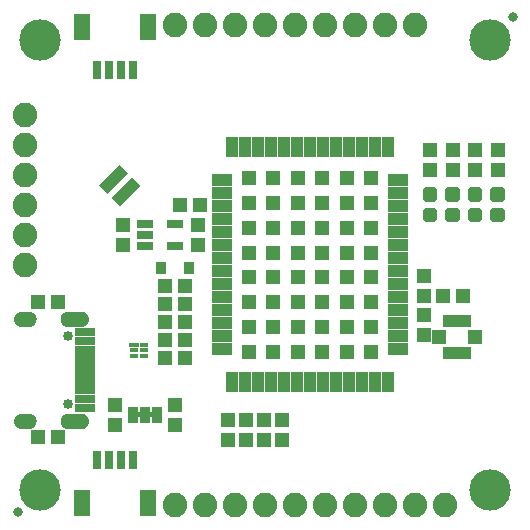
<source format=gts>
G75*
%MOIN*%
%OFA0B0*%
%FSLAX25Y25*%
%IPPOS*%
%LPD*%
%AMOC8*
5,1,8,0,0,1.08239X$1,22.5*
%
%ADD10C,0.13800*%
%ADD11C,0.03300*%
%ADD12R,0.05524X0.08674*%
%ADD13R,0.03162X0.06115*%
%ADD14C,0.08200*%
%ADD15R,0.04737X0.05131*%
%ADD16R,0.05131X0.04737*%
%ADD17R,0.09658X0.04146*%
%ADD18R,0.03300X0.05800*%
%ADD19C,0.00500*%
%ADD20C,0.01990*%
%ADD21R,0.03280X0.04068*%
%ADD22R,0.09461X0.04146*%
%ADD23R,0.04934X0.04737*%
%ADD24R,0.05524X0.02965*%
%ADD25R,0.03202X0.01784*%
%ADD26R,0.03005X0.01784*%
%ADD27R,0.06784X0.04146*%
%ADD28R,0.04146X0.06784*%
%ADD29R,0.05131X0.05131*%
%ADD30R,0.06509X0.01981*%
%ADD31R,0.06509X0.03162*%
%ADD32R,0.06509X0.02965*%
%ADD33C,0.03359*%
%ADD34C,0.00039*%
D10*
X0196300Y0085000D03*
X0346300Y0085000D03*
X0346300Y0235000D03*
X0196300Y0235000D03*
D11*
X0188800Y0077500D03*
X0353800Y0242500D03*
D12*
X0232324Y0239469D03*
X0210276Y0239469D03*
X0210276Y0080531D03*
X0232324Y0080531D03*
D13*
X0227206Y0095000D03*
X0223269Y0095000D03*
X0219331Y0095000D03*
X0215394Y0095000D03*
X0215394Y0225000D03*
X0219331Y0225000D03*
X0223269Y0225000D03*
X0227206Y0225000D03*
D14*
X0241300Y0240000D03*
X0251300Y0240000D03*
X0261300Y0240000D03*
X0271300Y0240000D03*
X0281300Y0240000D03*
X0291300Y0240000D03*
X0301300Y0240000D03*
X0311300Y0240000D03*
X0321300Y0240000D03*
X0191300Y0210000D03*
X0191300Y0200000D03*
X0191300Y0190000D03*
X0191300Y0180000D03*
X0191300Y0170000D03*
X0191300Y0160000D03*
X0241300Y0080000D03*
X0251300Y0080000D03*
X0261300Y0080000D03*
X0271300Y0080000D03*
X0281300Y0080000D03*
X0291300Y0080000D03*
X0301300Y0080000D03*
X0311300Y0080000D03*
X0321300Y0080000D03*
X0331300Y0080000D03*
D15*
X0276800Y0101654D03*
X0270800Y0101654D03*
X0264800Y0101654D03*
X0258800Y0101654D03*
X0258800Y0108346D03*
X0264800Y0108346D03*
X0270800Y0108346D03*
X0276800Y0108346D03*
X0241300Y0106654D03*
X0221300Y0106654D03*
X0221300Y0113346D03*
X0241300Y0113346D03*
X0324300Y0136654D03*
X0324300Y0143346D03*
X0324300Y0149654D03*
X0324300Y0156346D03*
X0248800Y0166654D03*
X0248800Y0173346D03*
X0223800Y0173346D03*
X0223800Y0166654D03*
X0326300Y0191654D03*
X0333800Y0191654D03*
X0341300Y0191654D03*
X0348800Y0191654D03*
X0348800Y0198346D03*
X0341300Y0198346D03*
X0333800Y0198346D03*
X0326300Y0198346D03*
D16*
X0249646Y0180000D03*
X0242954Y0180000D03*
X0244646Y0153000D03*
X0237954Y0153000D03*
X0237954Y0147000D03*
X0244646Y0147000D03*
X0244646Y0141000D03*
X0237954Y0141000D03*
X0237954Y0135000D03*
X0244646Y0135000D03*
X0244646Y0129000D03*
X0237954Y0129000D03*
X0202146Y0147500D03*
X0195454Y0147500D03*
X0195454Y0102500D03*
X0202146Y0102500D03*
X0330454Y0149500D03*
X0337146Y0149500D03*
D17*
G36*
X0229710Y0186303D02*
X0222882Y0179475D01*
X0219950Y0182407D01*
X0226778Y0189235D01*
X0229710Y0186303D01*
G37*
G36*
X0225535Y0190478D02*
X0218707Y0183650D01*
X0215775Y0186582D01*
X0222603Y0193410D01*
X0225535Y0190478D01*
G37*
D18*
X0227300Y0110000D03*
X0231300Y0110000D03*
X0235300Y0110000D03*
D19*
X0234050Y0109896D02*
X0228550Y0109896D01*
X0228550Y0109500D02*
X0228550Y0110500D01*
X0234050Y0110500D01*
X0234050Y0109500D01*
X0228550Y0109500D01*
X0228550Y0110394D02*
X0234050Y0110394D01*
D20*
X0324927Y0177920D02*
X0327673Y0177920D01*
X0327673Y0175174D01*
X0324927Y0175174D01*
X0324927Y0177920D01*
X0324927Y0177064D02*
X0327673Y0177064D01*
X0332427Y0177920D02*
X0335173Y0177920D01*
X0335173Y0175174D01*
X0332427Y0175174D01*
X0332427Y0177920D01*
X0332427Y0177064D02*
X0335173Y0177064D01*
X0339927Y0177920D02*
X0342673Y0177920D01*
X0342673Y0175174D01*
X0339927Y0175174D01*
X0339927Y0177920D01*
X0339927Y0177064D02*
X0342673Y0177064D01*
X0347427Y0177920D02*
X0350173Y0177920D01*
X0350173Y0175174D01*
X0347427Y0175174D01*
X0347427Y0177920D01*
X0347427Y0177064D02*
X0350173Y0177064D01*
X0350173Y0184826D02*
X0347427Y0184826D01*
X0350173Y0184826D02*
X0350173Y0182080D01*
X0347427Y0182080D01*
X0347427Y0184826D01*
X0347427Y0183970D02*
X0350173Y0183970D01*
X0342673Y0184826D02*
X0339927Y0184826D01*
X0342673Y0184826D02*
X0342673Y0182080D01*
X0339927Y0182080D01*
X0339927Y0184826D01*
X0339927Y0183970D02*
X0342673Y0183970D01*
X0335173Y0184826D02*
X0332427Y0184826D01*
X0335173Y0184826D02*
X0335173Y0182080D01*
X0332427Y0182080D01*
X0332427Y0184826D01*
X0332427Y0183970D02*
X0335173Y0183970D01*
X0327673Y0184826D02*
X0324927Y0184826D01*
X0327673Y0184826D02*
X0327673Y0182080D01*
X0324927Y0182080D01*
X0324927Y0184826D01*
X0324927Y0183970D02*
X0327673Y0183970D01*
D21*
X0245828Y0159000D03*
X0236772Y0159000D03*
D22*
X0335300Y0141413D03*
X0335300Y0130587D03*
D23*
X0329296Y0136000D03*
X0341304Y0136000D03*
D24*
X0241419Y0166260D03*
X0231181Y0166260D03*
X0231181Y0170000D03*
X0231181Y0173740D03*
X0241419Y0173740D03*
D25*
X0227706Y0133469D03*
D26*
X0227607Y0131500D03*
X0227607Y0129531D03*
X0230993Y0129531D03*
X0230993Y0131500D03*
X0230993Y0133469D03*
D27*
X0256969Y0131850D03*
X0256969Y0136181D03*
X0256969Y0140512D03*
X0256969Y0144843D03*
X0256969Y0149173D03*
X0256969Y0153504D03*
X0256969Y0157835D03*
X0256969Y0162165D03*
X0256969Y0166496D03*
X0256969Y0170827D03*
X0256969Y0175157D03*
X0256969Y0179488D03*
X0256969Y0183819D03*
X0256969Y0188150D03*
X0315631Y0188150D03*
X0315631Y0183819D03*
X0315631Y0179488D03*
X0315631Y0175157D03*
X0315631Y0170827D03*
X0315631Y0166496D03*
X0315631Y0162165D03*
X0315631Y0157835D03*
X0315631Y0153504D03*
X0315631Y0149173D03*
X0315631Y0144843D03*
X0315631Y0140512D03*
X0315631Y0136181D03*
X0315631Y0131850D03*
D28*
X0312284Y0120827D03*
X0307954Y0120827D03*
X0303623Y0120827D03*
X0299292Y0120827D03*
X0294961Y0120827D03*
X0290631Y0120827D03*
X0286300Y0120827D03*
X0281969Y0120827D03*
X0277639Y0120827D03*
X0273308Y0120827D03*
X0268977Y0120827D03*
X0264646Y0120827D03*
X0260316Y0120827D03*
X0260316Y0199173D03*
X0264646Y0199173D03*
X0268977Y0199173D03*
X0273308Y0199173D03*
X0277639Y0199173D03*
X0281969Y0199173D03*
X0286300Y0199173D03*
X0290631Y0199173D03*
X0294961Y0199173D03*
X0299292Y0199173D03*
X0303623Y0199173D03*
X0307954Y0199173D03*
X0312284Y0199173D03*
D29*
X0306576Y0188937D03*
X0298505Y0188937D03*
X0290434Y0188937D03*
X0282166Y0188937D03*
X0274095Y0188937D03*
X0266024Y0188937D03*
X0266024Y0180669D03*
X0274095Y0180669D03*
X0282166Y0180669D03*
X0290434Y0180669D03*
X0298505Y0180669D03*
X0306576Y0180669D03*
X0306576Y0172402D03*
X0298505Y0172402D03*
X0290434Y0172402D03*
X0282166Y0172402D03*
X0274095Y0172402D03*
X0266024Y0172402D03*
X0266024Y0164134D03*
X0274095Y0164134D03*
X0282166Y0164134D03*
X0290434Y0164134D03*
X0298505Y0164134D03*
X0306576Y0164134D03*
X0306576Y0155866D03*
X0298505Y0155866D03*
X0290434Y0155866D03*
X0282166Y0155866D03*
X0274095Y0155866D03*
X0266024Y0155866D03*
X0266024Y0147598D03*
X0274095Y0147598D03*
X0282166Y0147598D03*
X0282166Y0139331D03*
X0274095Y0139331D03*
X0266024Y0139331D03*
X0266024Y0131063D03*
X0274095Y0131063D03*
X0282166Y0131063D03*
X0290434Y0131063D03*
X0298505Y0131063D03*
X0306576Y0131063D03*
X0306576Y0139331D03*
X0298505Y0139331D03*
X0290434Y0139331D03*
X0290434Y0147598D03*
X0298505Y0147598D03*
X0306576Y0147598D03*
D30*
X0211300Y0131890D03*
X0211300Y0129921D03*
X0211300Y0127953D03*
X0211300Y0125984D03*
X0211300Y0124016D03*
X0211300Y0122047D03*
X0211300Y0120079D03*
X0211300Y0118110D03*
D31*
X0211300Y0112303D03*
X0211300Y0137697D03*
D32*
X0211300Y0134646D03*
X0211300Y0115354D03*
D33*
X0205611Y0113622D03*
X0205611Y0136378D03*
D34*
X0205316Y0139646D02*
X0204817Y0139726D01*
X0204349Y0139916D01*
X0203934Y0140205D01*
X0203594Y0140579D01*
X0203346Y0141019D01*
X0203202Y0141504D01*
X0203170Y0142008D01*
X0203202Y0142512D01*
X0203346Y0142997D01*
X0203594Y0143437D01*
X0203934Y0143811D01*
X0204349Y0144100D01*
X0204817Y0144289D01*
X0205316Y0144370D01*
X0210040Y0144370D01*
X0210482Y0144309D01*
X0210903Y0144163D01*
X0211288Y0143938D01*
X0211622Y0143642D01*
X0211891Y0143286D01*
X0212086Y0142885D01*
X0212199Y0142453D01*
X0212225Y0142008D01*
X0212199Y0141563D01*
X0212086Y0141131D01*
X0211891Y0140730D01*
X0211622Y0140374D01*
X0211288Y0140078D01*
X0210903Y0139853D01*
X0210482Y0139707D01*
X0210040Y0139646D01*
X0205316Y0139646D01*
X0205205Y0139664D02*
X0210170Y0139664D01*
X0210444Y0139701D02*
X0204971Y0139701D01*
X0204785Y0139739D02*
X0210576Y0139739D01*
X0210686Y0139777D02*
X0204691Y0139777D01*
X0204598Y0139815D02*
X0210795Y0139815D01*
X0210904Y0139853D02*
X0204504Y0139853D01*
X0204410Y0139891D02*
X0210969Y0139891D01*
X0211033Y0139929D02*
X0204330Y0139929D01*
X0204276Y0139967D02*
X0211098Y0139967D01*
X0211163Y0140004D02*
X0204221Y0140004D01*
X0204167Y0140042D02*
X0211227Y0140042D01*
X0211291Y0140080D02*
X0204113Y0140080D01*
X0204059Y0140118D02*
X0211334Y0140118D01*
X0211376Y0140156D02*
X0204004Y0140156D01*
X0203950Y0140194D02*
X0211419Y0140194D01*
X0211461Y0140232D02*
X0203910Y0140232D01*
X0203875Y0140270D02*
X0211504Y0140270D01*
X0211547Y0140308D02*
X0203841Y0140308D01*
X0203806Y0140345D02*
X0211589Y0140345D01*
X0211629Y0140383D02*
X0203772Y0140383D01*
X0203738Y0140421D02*
X0211657Y0140421D01*
X0211686Y0140459D02*
X0203703Y0140459D01*
X0203669Y0140497D02*
X0211715Y0140497D01*
X0211744Y0140535D02*
X0203634Y0140535D01*
X0203600Y0140573D02*
X0211772Y0140573D01*
X0211801Y0140611D02*
X0203577Y0140611D01*
X0203555Y0140648D02*
X0211830Y0140648D01*
X0211858Y0140686D02*
X0203534Y0140686D01*
X0203512Y0140724D02*
X0211887Y0140724D01*
X0211907Y0140762D02*
X0203491Y0140762D01*
X0203470Y0140800D02*
X0211925Y0140800D01*
X0211944Y0140838D02*
X0203448Y0140838D01*
X0203427Y0140876D02*
X0211962Y0140876D01*
X0211980Y0140914D02*
X0203406Y0140914D01*
X0203384Y0140952D02*
X0211999Y0140952D01*
X0212017Y0140989D02*
X0203363Y0140989D01*
X0203344Y0141027D02*
X0212036Y0141027D01*
X0212054Y0141065D02*
X0203333Y0141065D01*
X0203321Y0141103D02*
X0212072Y0141103D01*
X0212089Y0141141D02*
X0203310Y0141141D01*
X0203299Y0141179D02*
X0212099Y0141179D01*
X0212108Y0141217D02*
X0203288Y0141217D01*
X0203276Y0141255D02*
X0212118Y0141255D01*
X0212128Y0141292D02*
X0203265Y0141292D01*
X0203254Y0141330D02*
X0212138Y0141330D01*
X0212148Y0141368D02*
X0203243Y0141368D01*
X0203231Y0141406D02*
X0212158Y0141406D01*
X0212168Y0141444D02*
X0203220Y0141444D01*
X0203209Y0141482D02*
X0212178Y0141482D01*
X0212188Y0141520D02*
X0203201Y0141520D01*
X0203199Y0141558D02*
X0212197Y0141558D01*
X0212201Y0141595D02*
X0203197Y0141595D01*
X0203194Y0141633D02*
X0212203Y0141633D01*
X0212205Y0141671D02*
X0203192Y0141671D01*
X0203189Y0141709D02*
X0212207Y0141709D01*
X0212210Y0141747D02*
X0203187Y0141747D01*
X0203184Y0141785D02*
X0212212Y0141785D01*
X0212214Y0141823D02*
X0203182Y0141823D01*
X0203180Y0141861D02*
X0212216Y0141861D01*
X0212219Y0141899D02*
X0203177Y0141899D01*
X0203175Y0141936D02*
X0212221Y0141936D01*
X0212223Y0141974D02*
X0203172Y0141974D01*
X0203170Y0142012D02*
X0212225Y0142012D01*
X0212223Y0142050D02*
X0203173Y0142050D01*
X0203175Y0142088D02*
X0212220Y0142088D01*
X0212218Y0142126D02*
X0203178Y0142126D01*
X0203180Y0142164D02*
X0212216Y0142164D01*
X0212214Y0142202D02*
X0203183Y0142202D01*
X0203185Y0142239D02*
X0212211Y0142239D01*
X0212209Y0142277D02*
X0203187Y0142277D01*
X0203190Y0142315D02*
X0212207Y0142315D01*
X0212205Y0142353D02*
X0203192Y0142353D01*
X0203195Y0142391D02*
X0212202Y0142391D01*
X0212200Y0142429D02*
X0203197Y0142429D01*
X0203200Y0142467D02*
X0212195Y0142467D01*
X0212185Y0142505D02*
X0203202Y0142505D01*
X0203212Y0142543D02*
X0212175Y0142543D01*
X0212166Y0142580D02*
X0203223Y0142580D01*
X0203234Y0142618D02*
X0212156Y0142618D01*
X0212146Y0142656D02*
X0203245Y0142656D01*
X0203256Y0142694D02*
X0212136Y0142694D01*
X0212126Y0142732D02*
X0203268Y0142732D01*
X0203279Y0142770D02*
X0212116Y0142770D01*
X0212106Y0142808D02*
X0203290Y0142808D01*
X0203301Y0142846D02*
X0212096Y0142846D01*
X0212086Y0142883D02*
X0203313Y0142883D01*
X0203324Y0142921D02*
X0212068Y0142921D01*
X0212050Y0142959D02*
X0203335Y0142959D01*
X0203347Y0142997D02*
X0212031Y0142997D01*
X0212013Y0143035D02*
X0203368Y0143035D01*
X0203389Y0143073D02*
X0211995Y0143073D01*
X0211976Y0143111D02*
X0203411Y0143111D01*
X0203432Y0143149D02*
X0211958Y0143149D01*
X0211940Y0143187D02*
X0203453Y0143187D01*
X0203475Y0143224D02*
X0211921Y0143224D01*
X0211903Y0143262D02*
X0203496Y0143262D01*
X0203517Y0143300D02*
X0211880Y0143300D01*
X0211852Y0143338D02*
X0203539Y0143338D01*
X0203560Y0143376D02*
X0211823Y0143376D01*
X0211794Y0143414D02*
X0203581Y0143414D01*
X0203608Y0143452D02*
X0211766Y0143452D01*
X0211737Y0143490D02*
X0203642Y0143490D01*
X0203677Y0143527D02*
X0211708Y0143527D01*
X0211680Y0143565D02*
X0203711Y0143565D01*
X0203745Y0143603D02*
X0211651Y0143603D01*
X0211622Y0143641D02*
X0203780Y0143641D01*
X0203814Y0143679D02*
X0211580Y0143679D01*
X0211537Y0143717D02*
X0203849Y0143717D01*
X0203883Y0143755D02*
X0211494Y0143755D01*
X0211452Y0143793D02*
X0203918Y0143793D01*
X0203962Y0143830D02*
X0211409Y0143830D01*
X0211366Y0143868D02*
X0204017Y0143868D01*
X0204071Y0143906D02*
X0211324Y0143906D01*
X0211277Y0143944D02*
X0204125Y0143944D01*
X0204180Y0143982D02*
X0211213Y0143982D01*
X0211148Y0144020D02*
X0204234Y0144020D01*
X0204288Y0144058D02*
X0211083Y0144058D01*
X0211019Y0144096D02*
X0204342Y0144096D01*
X0204432Y0144134D02*
X0210954Y0144134D01*
X0210879Y0144171D02*
X0204525Y0144171D01*
X0204619Y0144209D02*
X0210770Y0144209D01*
X0210661Y0144247D02*
X0204712Y0144247D01*
X0204806Y0144285D02*
X0210551Y0144285D01*
X0210382Y0144323D02*
X0205024Y0144323D01*
X0205259Y0144361D02*
X0210107Y0144361D01*
X0194723Y0142535D02*
X0194784Y0142008D01*
X0194737Y0141545D01*
X0194600Y0141101D01*
X0194379Y0140692D01*
X0194083Y0140333D01*
X0193722Y0140040D01*
X0193311Y0139822D01*
X0192865Y0139689D01*
X0192402Y0139646D01*
X0190040Y0139646D01*
X0189581Y0139693D01*
X0189141Y0139828D01*
X0188735Y0140048D01*
X0188380Y0140342D01*
X0188089Y0140699D01*
X0187873Y0141107D01*
X0187741Y0141549D01*
X0187698Y0142008D01*
X0187754Y0142532D01*
X0187926Y0143030D01*
X0188205Y0143477D01*
X0188576Y0143851D01*
X0189020Y0144133D01*
X0189517Y0144309D01*
X0190040Y0144370D01*
X0192402Y0144370D01*
X0192930Y0144313D01*
X0193433Y0144139D01*
X0193883Y0143859D01*
X0194261Y0143485D01*
X0194545Y0143036D01*
X0194723Y0142535D01*
X0194720Y0142543D02*
X0187758Y0142543D01*
X0187752Y0142505D02*
X0194726Y0142505D01*
X0194731Y0142467D02*
X0187747Y0142467D01*
X0187743Y0142429D02*
X0194735Y0142429D01*
X0194739Y0142391D02*
X0187739Y0142391D01*
X0187735Y0142353D02*
X0194744Y0142353D01*
X0194748Y0142315D02*
X0187731Y0142315D01*
X0187727Y0142277D02*
X0194753Y0142277D01*
X0194757Y0142239D02*
X0187723Y0142239D01*
X0187719Y0142202D02*
X0194762Y0142202D01*
X0194766Y0142164D02*
X0187715Y0142164D01*
X0187710Y0142126D02*
X0194770Y0142126D01*
X0194775Y0142088D02*
X0187706Y0142088D01*
X0187702Y0142050D02*
X0194779Y0142050D01*
X0194784Y0142012D02*
X0187698Y0142012D01*
X0187701Y0141974D02*
X0194781Y0141974D01*
X0194777Y0141936D02*
X0187704Y0141936D01*
X0187708Y0141899D02*
X0194773Y0141899D01*
X0194769Y0141861D02*
X0187712Y0141861D01*
X0187715Y0141823D02*
X0194765Y0141823D01*
X0194761Y0141785D02*
X0187719Y0141785D01*
X0187722Y0141747D02*
X0194757Y0141747D01*
X0194754Y0141709D02*
X0187726Y0141709D01*
X0187729Y0141671D02*
X0194750Y0141671D01*
X0194746Y0141633D02*
X0187733Y0141633D01*
X0187737Y0141595D02*
X0194742Y0141595D01*
X0194738Y0141558D02*
X0187740Y0141558D01*
X0187750Y0141520D02*
X0194729Y0141520D01*
X0194717Y0141482D02*
X0187761Y0141482D01*
X0187772Y0141444D02*
X0194706Y0141444D01*
X0194694Y0141406D02*
X0187784Y0141406D01*
X0187795Y0141368D02*
X0194682Y0141368D01*
X0194671Y0141330D02*
X0187806Y0141330D01*
X0187818Y0141292D02*
X0194659Y0141292D01*
X0194647Y0141255D02*
X0187829Y0141255D01*
X0187840Y0141217D02*
X0194636Y0141217D01*
X0194624Y0141179D02*
X0187851Y0141179D01*
X0187863Y0141141D02*
X0194612Y0141141D01*
X0194601Y0141103D02*
X0187875Y0141103D01*
X0187895Y0141065D02*
X0194581Y0141065D01*
X0194560Y0141027D02*
X0187915Y0141027D01*
X0187935Y0140989D02*
X0194540Y0140989D01*
X0194519Y0140952D02*
X0187955Y0140952D01*
X0187975Y0140914D02*
X0194499Y0140914D01*
X0194478Y0140876D02*
X0187995Y0140876D01*
X0188015Y0140838D02*
X0194458Y0140838D01*
X0194437Y0140800D02*
X0188035Y0140800D01*
X0188055Y0140762D02*
X0194417Y0140762D01*
X0194397Y0140724D02*
X0188075Y0140724D01*
X0188099Y0140686D02*
X0194375Y0140686D01*
X0194343Y0140648D02*
X0188130Y0140648D01*
X0188161Y0140611D02*
X0194312Y0140611D01*
X0194281Y0140573D02*
X0188192Y0140573D01*
X0188222Y0140535D02*
X0194249Y0140535D01*
X0194218Y0140497D02*
X0188253Y0140497D01*
X0188284Y0140459D02*
X0194186Y0140459D01*
X0194155Y0140421D02*
X0188315Y0140421D01*
X0188346Y0140383D02*
X0194124Y0140383D01*
X0194092Y0140345D02*
X0188377Y0140345D01*
X0188421Y0140308D02*
X0194051Y0140308D01*
X0194004Y0140270D02*
X0188467Y0140270D01*
X0188512Y0140232D02*
X0193958Y0140232D01*
X0193911Y0140194D02*
X0188558Y0140194D01*
X0188604Y0140156D02*
X0193864Y0140156D01*
X0193818Y0140118D02*
X0188650Y0140118D01*
X0188695Y0140080D02*
X0193771Y0140080D01*
X0193725Y0140042D02*
X0188745Y0140042D01*
X0188815Y0140004D02*
X0193655Y0140004D01*
X0193583Y0139967D02*
X0188885Y0139967D01*
X0188955Y0139929D02*
X0193512Y0139929D01*
X0193440Y0139891D02*
X0189025Y0139891D01*
X0189095Y0139853D02*
X0193368Y0139853D01*
X0193286Y0139815D02*
X0189184Y0139815D01*
X0189307Y0139777D02*
X0193159Y0139777D01*
X0193033Y0139739D02*
X0189430Y0139739D01*
X0189553Y0139701D02*
X0192906Y0139701D01*
X0192592Y0139664D02*
X0189866Y0139664D01*
X0187771Y0142580D02*
X0194707Y0142580D01*
X0194693Y0142618D02*
X0187784Y0142618D01*
X0187797Y0142656D02*
X0194680Y0142656D01*
X0194666Y0142694D02*
X0187811Y0142694D01*
X0187824Y0142732D02*
X0194653Y0142732D01*
X0194639Y0142770D02*
X0187837Y0142770D01*
X0187850Y0142808D02*
X0194626Y0142808D01*
X0194613Y0142846D02*
X0187863Y0142846D01*
X0187876Y0142883D02*
X0194599Y0142883D01*
X0194586Y0142921D02*
X0187889Y0142921D01*
X0187902Y0142959D02*
X0194572Y0142959D01*
X0194559Y0142997D02*
X0187915Y0142997D01*
X0187930Y0143035D02*
X0194545Y0143035D01*
X0194522Y0143073D02*
X0187953Y0143073D01*
X0187977Y0143111D02*
X0194498Y0143111D01*
X0194474Y0143149D02*
X0188000Y0143149D01*
X0188024Y0143187D02*
X0194450Y0143187D01*
X0194426Y0143224D02*
X0188048Y0143224D01*
X0188071Y0143262D02*
X0194402Y0143262D01*
X0194378Y0143300D02*
X0188095Y0143300D01*
X0188118Y0143338D02*
X0194354Y0143338D01*
X0194330Y0143376D02*
X0188142Y0143376D01*
X0188166Y0143414D02*
X0194306Y0143414D01*
X0194282Y0143452D02*
X0188189Y0143452D01*
X0188217Y0143490D02*
X0194256Y0143490D01*
X0194217Y0143527D02*
X0188255Y0143527D01*
X0188293Y0143565D02*
X0194179Y0143565D01*
X0194141Y0143603D02*
X0188330Y0143603D01*
X0188368Y0143641D02*
X0194103Y0143641D01*
X0194065Y0143679D02*
X0188405Y0143679D01*
X0188443Y0143717D02*
X0194026Y0143717D01*
X0193988Y0143755D02*
X0188480Y0143755D01*
X0188518Y0143793D02*
X0193950Y0143793D01*
X0193912Y0143830D02*
X0188556Y0143830D01*
X0188603Y0143868D02*
X0193868Y0143868D01*
X0193807Y0143906D02*
X0188663Y0143906D01*
X0188723Y0143944D02*
X0193746Y0143944D01*
X0193685Y0143982D02*
X0188783Y0143982D01*
X0188842Y0144020D02*
X0193625Y0144020D01*
X0193564Y0144058D02*
X0188902Y0144058D01*
X0188962Y0144096D02*
X0193503Y0144096D01*
X0193442Y0144134D02*
X0189022Y0144134D01*
X0189129Y0144171D02*
X0193340Y0144171D01*
X0193230Y0144209D02*
X0189236Y0144209D01*
X0189343Y0144247D02*
X0193120Y0144247D01*
X0193011Y0144285D02*
X0189450Y0144285D01*
X0189637Y0144323D02*
X0192837Y0144323D01*
X0192488Y0144361D02*
X0189961Y0144361D01*
X0190040Y0110354D02*
X0189517Y0110293D01*
X0189020Y0110117D01*
X0188576Y0109835D01*
X0188205Y0109461D01*
X0187926Y0109014D01*
X0187754Y0108516D01*
X0187698Y0107992D01*
X0187741Y0107533D01*
X0187873Y0107091D01*
X0188089Y0106684D01*
X0188380Y0106326D01*
X0188735Y0106032D01*
X0189141Y0105813D01*
X0189581Y0105677D01*
X0190040Y0105630D01*
X0192402Y0105630D01*
X0192865Y0105674D01*
X0193311Y0105807D01*
X0193722Y0106024D01*
X0194083Y0106318D01*
X0194379Y0106676D01*
X0194600Y0107085D01*
X0194737Y0107530D01*
X0194784Y0107992D01*
X0194723Y0108520D01*
X0194545Y0109020D01*
X0194261Y0109469D01*
X0193883Y0109843D01*
X0193433Y0110124D01*
X0192930Y0110297D01*
X0192402Y0110354D01*
X0190040Y0110354D01*
X0189946Y0110343D02*
X0192504Y0110343D01*
X0192853Y0110305D02*
X0189622Y0110305D01*
X0189445Y0110268D02*
X0193016Y0110268D01*
X0193125Y0110230D02*
X0189338Y0110230D01*
X0189231Y0110192D02*
X0193235Y0110192D01*
X0193345Y0110154D02*
X0189124Y0110154D01*
X0189019Y0110116D02*
X0193445Y0110116D01*
X0193506Y0110078D02*
X0188959Y0110078D01*
X0188899Y0110040D02*
X0193566Y0110040D01*
X0193627Y0110002D02*
X0188840Y0110002D01*
X0188780Y0109965D02*
X0193688Y0109965D01*
X0193749Y0109927D02*
X0188720Y0109927D01*
X0188660Y0109889D02*
X0193810Y0109889D01*
X0193871Y0109851D02*
X0188601Y0109851D01*
X0188554Y0109813D02*
X0193914Y0109813D01*
X0193952Y0109775D02*
X0188516Y0109775D01*
X0188479Y0109737D02*
X0193990Y0109737D01*
X0194028Y0109699D02*
X0188441Y0109699D01*
X0188404Y0109661D02*
X0194066Y0109661D01*
X0194105Y0109624D02*
X0188366Y0109624D01*
X0188328Y0109586D02*
X0194143Y0109586D01*
X0194181Y0109548D02*
X0188291Y0109548D01*
X0188253Y0109510D02*
X0194219Y0109510D01*
X0194257Y0109472D02*
X0188216Y0109472D01*
X0188188Y0109434D02*
X0194283Y0109434D01*
X0194307Y0109396D02*
X0188164Y0109396D01*
X0188141Y0109358D02*
X0194331Y0109358D01*
X0194355Y0109321D02*
X0188117Y0109321D01*
X0188094Y0109283D02*
X0194379Y0109283D01*
X0194403Y0109245D02*
X0188070Y0109245D01*
X0188047Y0109207D02*
X0194427Y0109207D01*
X0194451Y0109169D02*
X0188023Y0109169D01*
X0187999Y0109131D02*
X0194475Y0109131D01*
X0194499Y0109093D02*
X0187976Y0109093D01*
X0187952Y0109055D02*
X0194523Y0109055D01*
X0194546Y0109017D02*
X0187929Y0109017D01*
X0187915Y0108980D02*
X0194560Y0108980D01*
X0194573Y0108942D02*
X0187901Y0108942D01*
X0187888Y0108904D02*
X0194586Y0108904D01*
X0194600Y0108866D02*
X0187875Y0108866D01*
X0187862Y0108828D02*
X0194613Y0108828D01*
X0194627Y0108790D02*
X0187849Y0108790D01*
X0187836Y0108752D02*
X0194640Y0108752D01*
X0194654Y0108714D02*
X0187823Y0108714D01*
X0187810Y0108677D02*
X0194667Y0108677D01*
X0194680Y0108639D02*
X0187797Y0108639D01*
X0187784Y0108601D02*
X0194694Y0108601D01*
X0194707Y0108563D02*
X0187771Y0108563D01*
X0187758Y0108525D02*
X0194721Y0108525D01*
X0194726Y0108487D02*
X0187751Y0108487D01*
X0187747Y0108449D02*
X0194731Y0108449D01*
X0194735Y0108411D02*
X0187743Y0108411D01*
X0187739Y0108374D02*
X0194740Y0108374D01*
X0194744Y0108336D02*
X0187735Y0108336D01*
X0187731Y0108298D02*
X0194749Y0108298D01*
X0194753Y0108260D02*
X0187727Y0108260D01*
X0187723Y0108222D02*
X0194757Y0108222D01*
X0194762Y0108184D02*
X0187718Y0108184D01*
X0187714Y0108146D02*
X0194766Y0108146D01*
X0194771Y0108108D02*
X0187710Y0108108D01*
X0187706Y0108070D02*
X0194775Y0108070D01*
X0194780Y0108033D02*
X0187702Y0108033D01*
X0187698Y0107995D02*
X0194784Y0107995D01*
X0194781Y0107957D02*
X0187701Y0107957D01*
X0187705Y0107919D02*
X0194777Y0107919D01*
X0194773Y0107881D02*
X0187708Y0107881D01*
X0187712Y0107843D02*
X0194769Y0107843D01*
X0194765Y0107805D02*
X0187715Y0107805D01*
X0187719Y0107767D02*
X0194761Y0107767D01*
X0194757Y0107730D02*
X0187722Y0107730D01*
X0187726Y0107692D02*
X0194753Y0107692D01*
X0194750Y0107654D02*
X0187730Y0107654D01*
X0187733Y0107616D02*
X0194746Y0107616D01*
X0194742Y0107578D02*
X0187737Y0107578D01*
X0187740Y0107540D02*
X0194738Y0107540D01*
X0194728Y0107502D02*
X0187750Y0107502D01*
X0187761Y0107464D02*
X0194717Y0107464D01*
X0194705Y0107426D02*
X0187773Y0107426D01*
X0187784Y0107389D02*
X0194693Y0107389D01*
X0194682Y0107351D02*
X0187795Y0107351D01*
X0187807Y0107313D02*
X0194670Y0107313D01*
X0194658Y0107275D02*
X0187818Y0107275D01*
X0187829Y0107237D02*
X0194647Y0107237D01*
X0194635Y0107199D02*
X0187841Y0107199D01*
X0187852Y0107161D02*
X0194623Y0107161D01*
X0194612Y0107123D02*
X0187863Y0107123D01*
X0187876Y0107086D02*
X0194600Y0107086D01*
X0194580Y0107048D02*
X0187896Y0107048D01*
X0187916Y0107010D02*
X0194559Y0107010D01*
X0194539Y0106972D02*
X0187936Y0106972D01*
X0187956Y0106934D02*
X0194518Y0106934D01*
X0194498Y0106896D02*
X0187976Y0106896D01*
X0187996Y0106858D02*
X0194477Y0106858D01*
X0194457Y0106820D02*
X0188016Y0106820D01*
X0188036Y0106782D02*
X0194437Y0106782D01*
X0194416Y0106745D02*
X0188056Y0106745D01*
X0188076Y0106707D02*
X0194396Y0106707D01*
X0194373Y0106669D02*
X0188101Y0106669D01*
X0188131Y0106631D02*
X0194342Y0106631D01*
X0194310Y0106593D02*
X0188162Y0106593D01*
X0188193Y0106555D02*
X0194279Y0106555D01*
X0194248Y0106517D02*
X0188224Y0106517D01*
X0188255Y0106479D02*
X0194216Y0106479D01*
X0194185Y0106442D02*
X0188286Y0106442D01*
X0188316Y0106404D02*
X0194154Y0106404D01*
X0194122Y0106366D02*
X0188347Y0106366D01*
X0188378Y0106328D02*
X0194091Y0106328D01*
X0194049Y0106290D02*
X0188423Y0106290D01*
X0188469Y0106252D02*
X0194002Y0106252D01*
X0193955Y0106214D02*
X0188515Y0106214D01*
X0188560Y0106176D02*
X0193909Y0106176D01*
X0193862Y0106139D02*
X0188606Y0106139D01*
X0188652Y0106101D02*
X0193816Y0106101D01*
X0193769Y0106063D02*
X0188698Y0106063D01*
X0188748Y0106025D02*
X0193723Y0106025D01*
X0193652Y0105987D02*
X0188818Y0105987D01*
X0188888Y0105949D02*
X0193580Y0105949D01*
X0193508Y0105911D02*
X0188958Y0105911D01*
X0189028Y0105873D02*
X0193437Y0105873D01*
X0193365Y0105835D02*
X0189099Y0105835D01*
X0189190Y0105798D02*
X0193280Y0105798D01*
X0193153Y0105760D02*
X0189313Y0105760D01*
X0189436Y0105722D02*
X0193027Y0105722D01*
X0192900Y0105684D02*
X0189559Y0105684D01*
X0189883Y0105646D02*
X0192573Y0105646D01*
X0203202Y0107488D02*
X0203170Y0107992D01*
X0203202Y0108496D01*
X0203346Y0108981D01*
X0203594Y0109421D01*
X0203934Y0109795D01*
X0204349Y0110084D01*
X0204817Y0110274D01*
X0205316Y0110354D01*
X0210040Y0110354D01*
X0210482Y0110293D01*
X0210903Y0110147D01*
X0211288Y0109922D01*
X0211622Y0109626D01*
X0211891Y0109270D01*
X0212086Y0108869D01*
X0212199Y0108437D01*
X0212225Y0107992D01*
X0212199Y0107547D01*
X0212086Y0107115D01*
X0211891Y0106714D01*
X0211622Y0106358D01*
X0211288Y0106062D01*
X0210903Y0105837D01*
X0210482Y0105691D01*
X0210040Y0105630D01*
X0205316Y0105630D01*
X0204817Y0105711D01*
X0204349Y0105900D01*
X0203934Y0106189D01*
X0203594Y0106563D01*
X0203346Y0107003D01*
X0203202Y0107488D01*
X0203202Y0107502D02*
X0212187Y0107502D01*
X0212177Y0107464D02*
X0203209Y0107464D01*
X0203221Y0107426D02*
X0212167Y0107426D01*
X0212157Y0107389D02*
X0203232Y0107389D01*
X0203243Y0107351D02*
X0212148Y0107351D01*
X0212138Y0107313D02*
X0203254Y0107313D01*
X0203266Y0107275D02*
X0212128Y0107275D01*
X0212118Y0107237D02*
X0203277Y0107237D01*
X0203288Y0107199D02*
X0212108Y0107199D01*
X0212098Y0107161D02*
X0203299Y0107161D01*
X0203311Y0107123D02*
X0212088Y0107123D01*
X0212072Y0107086D02*
X0203322Y0107086D01*
X0203333Y0107048D02*
X0212053Y0107048D01*
X0212035Y0107010D02*
X0203344Y0107010D01*
X0203364Y0106972D02*
X0212016Y0106972D01*
X0211998Y0106934D02*
X0203385Y0106934D01*
X0203407Y0106896D02*
X0211980Y0106896D01*
X0211961Y0106858D02*
X0203428Y0106858D01*
X0203449Y0106820D02*
X0211943Y0106820D01*
X0211924Y0106782D02*
X0203471Y0106782D01*
X0203492Y0106745D02*
X0211906Y0106745D01*
X0211886Y0106707D02*
X0203513Y0106707D01*
X0203535Y0106669D02*
X0211857Y0106669D01*
X0211828Y0106631D02*
X0203556Y0106631D01*
X0203577Y0106593D02*
X0211800Y0106593D01*
X0211771Y0106555D02*
X0203602Y0106555D01*
X0203636Y0106517D02*
X0211742Y0106517D01*
X0211714Y0106479D02*
X0203670Y0106479D01*
X0203705Y0106442D02*
X0211685Y0106442D01*
X0211656Y0106404D02*
X0203739Y0106404D01*
X0203774Y0106366D02*
X0211627Y0106366D01*
X0211587Y0106328D02*
X0203808Y0106328D01*
X0203842Y0106290D02*
X0211545Y0106290D01*
X0211502Y0106252D02*
X0203877Y0106252D01*
X0203911Y0106214D02*
X0211460Y0106214D01*
X0211417Y0106176D02*
X0203952Y0106176D01*
X0204007Y0106139D02*
X0211374Y0106139D01*
X0211332Y0106101D02*
X0204061Y0106101D01*
X0204115Y0106063D02*
X0211289Y0106063D01*
X0211224Y0106025D02*
X0204170Y0106025D01*
X0204224Y0105987D02*
X0211160Y0105987D01*
X0211095Y0105949D02*
X0204278Y0105949D01*
X0204333Y0105911D02*
X0211030Y0105911D01*
X0210966Y0105873D02*
X0204415Y0105873D01*
X0204508Y0105835D02*
X0210899Y0105835D01*
X0210790Y0105798D02*
X0204602Y0105798D01*
X0204695Y0105760D02*
X0210681Y0105760D01*
X0210571Y0105722D02*
X0204789Y0105722D01*
X0204981Y0105684D02*
X0210432Y0105684D01*
X0210157Y0105646D02*
X0205216Y0105646D01*
X0203199Y0107540D02*
X0212197Y0107540D01*
X0212201Y0107578D02*
X0203197Y0107578D01*
X0203194Y0107616D02*
X0212203Y0107616D01*
X0212205Y0107654D02*
X0203192Y0107654D01*
X0203189Y0107692D02*
X0212207Y0107692D01*
X0212210Y0107730D02*
X0203187Y0107730D01*
X0203185Y0107767D02*
X0212212Y0107767D01*
X0212214Y0107805D02*
X0203182Y0107805D01*
X0203180Y0107843D02*
X0212216Y0107843D01*
X0212219Y0107881D02*
X0203177Y0107881D01*
X0203175Y0107919D02*
X0212221Y0107919D01*
X0212223Y0107957D02*
X0203172Y0107957D01*
X0203170Y0107995D02*
X0212225Y0107995D01*
X0212223Y0108033D02*
X0203173Y0108033D01*
X0203175Y0108070D02*
X0212221Y0108070D01*
X0212218Y0108108D02*
X0203178Y0108108D01*
X0203180Y0108146D02*
X0212216Y0108146D01*
X0212214Y0108184D02*
X0203182Y0108184D01*
X0203185Y0108222D02*
X0212212Y0108222D01*
X0212209Y0108260D02*
X0203187Y0108260D01*
X0203190Y0108298D02*
X0212207Y0108298D01*
X0212205Y0108336D02*
X0203192Y0108336D01*
X0203195Y0108374D02*
X0212203Y0108374D01*
X0212200Y0108411D02*
X0203197Y0108411D01*
X0203199Y0108449D02*
X0212196Y0108449D01*
X0212186Y0108487D02*
X0203202Y0108487D01*
X0203211Y0108525D02*
X0212176Y0108525D01*
X0212166Y0108563D02*
X0203222Y0108563D01*
X0203233Y0108601D02*
X0212156Y0108601D01*
X0212146Y0108639D02*
X0203245Y0108639D01*
X0203256Y0108677D02*
X0212136Y0108677D01*
X0212126Y0108714D02*
X0203267Y0108714D01*
X0203278Y0108752D02*
X0212116Y0108752D01*
X0212107Y0108790D02*
X0203290Y0108790D01*
X0203301Y0108828D02*
X0212097Y0108828D01*
X0212087Y0108866D02*
X0203312Y0108866D01*
X0203323Y0108904D02*
X0212069Y0108904D01*
X0212051Y0108942D02*
X0203335Y0108942D01*
X0203346Y0108980D02*
X0212032Y0108980D01*
X0212014Y0109017D02*
X0203367Y0109017D01*
X0203388Y0109055D02*
X0211996Y0109055D01*
X0211977Y0109093D02*
X0203410Y0109093D01*
X0203431Y0109131D02*
X0211959Y0109131D01*
X0211940Y0109169D02*
X0203452Y0109169D01*
X0203474Y0109207D02*
X0211922Y0109207D01*
X0211904Y0109245D02*
X0203495Y0109245D01*
X0203516Y0109283D02*
X0211882Y0109283D01*
X0211853Y0109321D02*
X0203538Y0109321D01*
X0203559Y0109358D02*
X0211824Y0109358D01*
X0211796Y0109396D02*
X0203580Y0109396D01*
X0203606Y0109434D02*
X0211767Y0109434D01*
X0211738Y0109472D02*
X0203641Y0109472D01*
X0203675Y0109510D02*
X0211710Y0109510D01*
X0211681Y0109548D02*
X0203709Y0109548D01*
X0203744Y0109586D02*
X0211652Y0109586D01*
X0211624Y0109624D02*
X0203778Y0109624D01*
X0203813Y0109661D02*
X0211582Y0109661D01*
X0211539Y0109699D02*
X0203847Y0109699D01*
X0203882Y0109737D02*
X0211496Y0109737D01*
X0211454Y0109775D02*
X0203916Y0109775D01*
X0203960Y0109813D02*
X0211411Y0109813D01*
X0211368Y0109851D02*
X0204014Y0109851D01*
X0204068Y0109889D02*
X0211326Y0109889D01*
X0211280Y0109927D02*
X0204123Y0109927D01*
X0204177Y0109965D02*
X0211216Y0109965D01*
X0211151Y0110002D02*
X0204231Y0110002D01*
X0204286Y0110040D02*
X0211086Y0110040D01*
X0211022Y0110078D02*
X0204340Y0110078D01*
X0204427Y0110116D02*
X0210957Y0110116D01*
X0210885Y0110154D02*
X0204521Y0110154D01*
X0204615Y0110192D02*
X0210775Y0110192D01*
X0210666Y0110230D02*
X0204708Y0110230D01*
X0204802Y0110268D02*
X0210556Y0110268D01*
X0210394Y0110305D02*
X0205013Y0110305D01*
X0205248Y0110343D02*
X0210120Y0110343D01*
M02*

</source>
